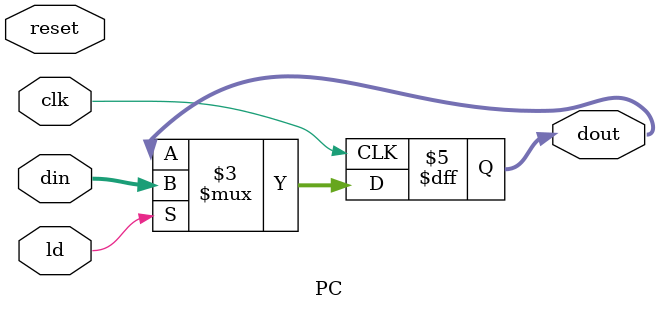
<source format=v>
module PC (
input wire clk,reset,ld,
    input wire signed [31:0] din,
output reg signed [31:0] dout
);

    initial begin
            dout<=32'b0;
            end

always @(posedge clk)
    begin
       
         if(ld)
            dout<=din;
    end

endmodule
</source>
